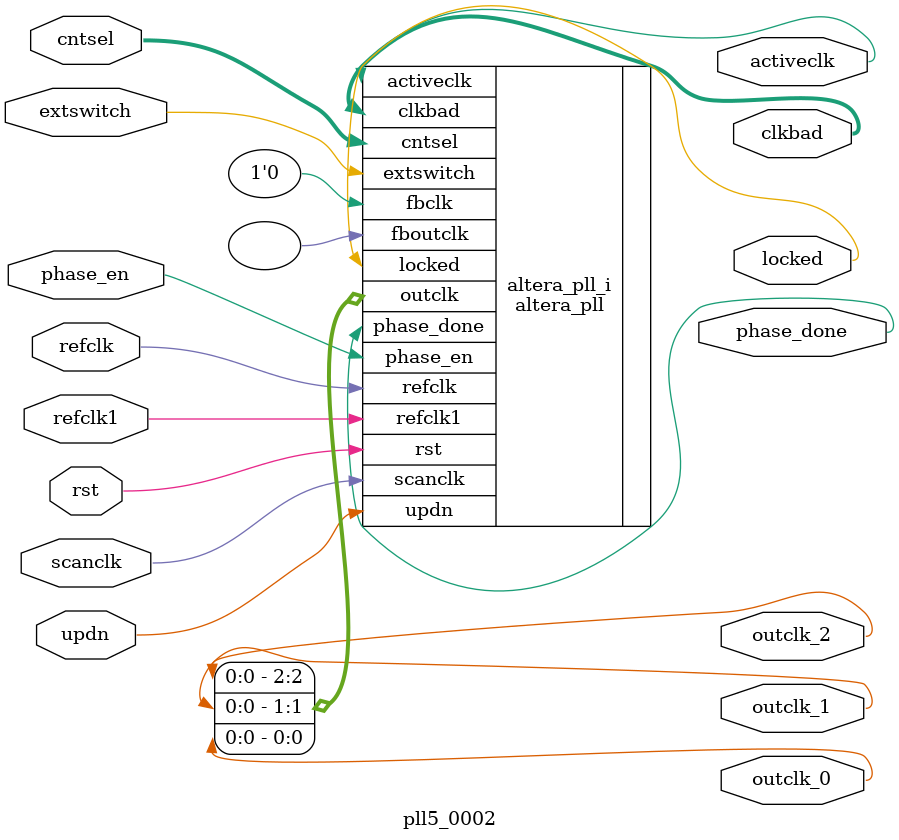
<source format=v>
`timescale 1ns/10ps
module  pll5_0002(

	// interface 'refclk'
	input wire refclk,

	// interface 'reset'
	input wire rst,

	// interface 'outclk0'
	output wire outclk_0,

	// interface 'outclk1'
	output wire outclk_1,

	// interface 'outclk2'
	output wire outclk_2,

	// interface 'locked'
	output wire locked,

	// interface 'refclk1'
	input wire refclk1,

	// interface 'extswitch'
	input wire extswitch,

	// interface 'activeclk'
	output wire activeclk,

	// interface 'clkbad'
	output wire [1:0] clkbad,

	// interface 'phase_en'
	input wire phase_en,

	// interface 'scanclk'
	input wire scanclk,

	// interface 'updn'
	input wire updn,

	// interface 'cntsel'
	input wire [4:0] cntsel,

	// interface 'phase_done'
	output wire phase_done
);

	altera_pll #(
		.fractional_vco_multiplier("false"),
		.reference_clock_frequency("50.0 MHz"),
		.pll_fractional_cout(32),
		.pll_dsm_out_sel("1st_order"),
		.operation_mode("direct"),
		.number_of_clocks(3),
		.output_clock_frequency0("50.000000 MHz"),
		.phase_shift0("0 ps"),
		.duty_cycle0(50),
		.output_clock_frequency1("800.000000 MHz"),
		.phase_shift1("0 ps"),
		.duty_cycle1(50),
		.output_clock_frequency2("80.000000 MHz"),
		.phase_shift2("0 ps"),
		.duty_cycle2(10),
		.output_clock_frequency3("0 MHz"),
		.phase_shift3("0 ps"),
		.duty_cycle3(50),
		.output_clock_frequency4("0 MHz"),
		.phase_shift4("0 ps"),
		.duty_cycle4(50),
		.output_clock_frequency5("0 MHz"),
		.phase_shift5("0 ps"),
		.duty_cycle5(50),
		.output_clock_frequency6("0 MHz"),
		.phase_shift6("0 ps"),
		.duty_cycle6(50),
		.output_clock_frequency7("0 MHz"),
		.phase_shift7("0 ps"),
		.duty_cycle7(50),
		.output_clock_frequency8("0 MHz"),
		.phase_shift8("0 ps"),
		.duty_cycle8(50),
		.output_clock_frequency9("0 MHz"),
		.phase_shift9("0 ps"),
		.duty_cycle9(50),
		.output_clock_frequency10("0 MHz"),
		.phase_shift10("0 ps"),
		.duty_cycle10(50),
		.output_clock_frequency11("0 MHz"),
		.phase_shift11("0 ps"),
		.duty_cycle11(50),
		.output_clock_frequency12("0 MHz"),
		.phase_shift12("0 ps"),
		.duty_cycle12(50),
		.output_clock_frequency13("0 MHz"),
		.phase_shift13("0 ps"),
		.duty_cycle13(50),
		.output_clock_frequency14("0 MHz"),
		.phase_shift14("0 ps"),
		.duty_cycle14(50),
		.output_clock_frequency15("0 MHz"),
		.phase_shift15("0 ps"),
		.duty_cycle15(50),
		.output_clock_frequency16("0 MHz"),
		.phase_shift16("0 ps"),
		.duty_cycle16(50),
		.output_clock_frequency17("0 MHz"),
		.phase_shift17("0 ps"),
		.duty_cycle17(50),
		.pll_type("Cyclone V"),
		.pll_subtype("DPS"),
		.m_cnt_hi_div(8),
		.m_cnt_lo_div(8),
		.n_cnt_hi_div(256),
		.n_cnt_lo_div(256),
		.m_cnt_bypass_en("false"),
		.n_cnt_bypass_en("true"),
		.m_cnt_odd_div_duty_en("false"),
		.n_cnt_odd_div_duty_en("false"),
		.c_cnt_hi_div0(8),
		.c_cnt_lo_div0(8),
		.c_cnt_prst0(1),
		.c_cnt_ph_mux_prst0(0),
		.c_cnt_in_src0("ph_mux_clk"),
		.c_cnt_bypass_en0("false"),
		.c_cnt_odd_div_duty_en0("false"),
		.c_cnt_hi_div1(256),
		.c_cnt_lo_div1(256),
		.c_cnt_prst1(1),
		.c_cnt_ph_mux_prst1(0),
		.c_cnt_in_src1("ph_mux_clk"),
		.c_cnt_bypass_en1("true"),
		.c_cnt_odd_div_duty_en1("false"),
		.c_cnt_hi_div2(1),
		.c_cnt_lo_div2(9),
		.c_cnt_prst2(1),
		.c_cnt_ph_mux_prst2(0),
		.c_cnt_in_src2("ph_mux_clk"),
		.c_cnt_bypass_en2("false"),
		.c_cnt_odd_div_duty_en2("false"),
		.c_cnt_hi_div3(1),
		.c_cnt_lo_div3(1),
		.c_cnt_prst3(1),
		.c_cnt_ph_mux_prst3(0),
		.c_cnt_in_src3("ph_mux_clk"),
		.c_cnt_bypass_en3("true"),
		.c_cnt_odd_div_duty_en3("false"),
		.c_cnt_hi_div4(1),
		.c_cnt_lo_div4(1),
		.c_cnt_prst4(1),
		.c_cnt_ph_mux_prst4(0),
		.c_cnt_in_src4("ph_mux_clk"),
		.c_cnt_bypass_en4("true"),
		.c_cnt_odd_div_duty_en4("false"),
		.c_cnt_hi_div5(1),
		.c_cnt_lo_div5(1),
		.c_cnt_prst5(1),
		.c_cnt_ph_mux_prst5(0),
		.c_cnt_in_src5("ph_mux_clk"),
		.c_cnt_bypass_en5("true"),
		.c_cnt_odd_div_duty_en5("false"),
		.c_cnt_hi_div6(1),
		.c_cnt_lo_div6(1),
		.c_cnt_prst6(1),
		.c_cnt_ph_mux_prst6(0),
		.c_cnt_in_src6("ph_mux_clk"),
		.c_cnt_bypass_en6("true"),
		.c_cnt_odd_div_duty_en6("false"),
		.c_cnt_hi_div7(1),
		.c_cnt_lo_div7(1),
		.c_cnt_prst7(1),
		.c_cnt_ph_mux_prst7(0),
		.c_cnt_in_src7("ph_mux_clk"),
		.c_cnt_bypass_en7("true"),
		.c_cnt_odd_div_duty_en7("false"),
		.c_cnt_hi_div8(1),
		.c_cnt_lo_div8(1),
		.c_cnt_prst8(1),
		.c_cnt_ph_mux_prst8(0),
		.c_cnt_in_src8("ph_mux_clk"),
		.c_cnt_bypass_en8("true"),
		.c_cnt_odd_div_duty_en8("false"),
		.c_cnt_hi_div9(1),
		.c_cnt_lo_div9(1),
		.c_cnt_prst9(1),
		.c_cnt_ph_mux_prst9(0),
		.c_cnt_in_src9("ph_mux_clk"),
		.c_cnt_bypass_en9("true"),
		.c_cnt_odd_div_duty_en9("false"),
		.c_cnt_hi_div10(1),
		.c_cnt_lo_div10(1),
		.c_cnt_prst10(1),
		.c_cnt_ph_mux_prst10(0),
		.c_cnt_in_src10("ph_mux_clk"),
		.c_cnt_bypass_en10("true"),
		.c_cnt_odd_div_duty_en10("false"),
		.c_cnt_hi_div11(1),
		.c_cnt_lo_div11(1),
		.c_cnt_prst11(1),
		.c_cnt_ph_mux_prst11(0),
		.c_cnt_in_src11("ph_mux_clk"),
		.c_cnt_bypass_en11("true"),
		.c_cnt_odd_div_duty_en11("false"),
		.c_cnt_hi_div12(1),
		.c_cnt_lo_div12(1),
		.c_cnt_prst12(1),
		.c_cnt_ph_mux_prst12(0),
		.c_cnt_in_src12("ph_mux_clk"),
		.c_cnt_bypass_en12("true"),
		.c_cnt_odd_div_duty_en12("false"),
		.c_cnt_hi_div13(1),
		.c_cnt_lo_div13(1),
		.c_cnt_prst13(1),
		.c_cnt_ph_mux_prst13(0),
		.c_cnt_in_src13("ph_mux_clk"),
		.c_cnt_bypass_en13("true"),
		.c_cnt_odd_div_duty_en13("false"),
		.c_cnt_hi_div14(1),
		.c_cnt_lo_div14(1),
		.c_cnt_prst14(1),
		.c_cnt_ph_mux_prst14(0),
		.c_cnt_in_src14("ph_mux_clk"),
		.c_cnt_bypass_en14("true"),
		.c_cnt_odd_div_duty_en14("false"),
		.c_cnt_hi_div15(1),
		.c_cnt_lo_div15(1),
		.c_cnt_prst15(1),
		.c_cnt_ph_mux_prst15(0),
		.c_cnt_in_src15("ph_mux_clk"),
		.c_cnt_bypass_en15("true"),
		.c_cnt_odd_div_duty_en15("false"),
		.c_cnt_hi_div16(1),
		.c_cnt_lo_div16(1),
		.c_cnt_prst16(1),
		.c_cnt_ph_mux_prst16(0),
		.c_cnt_in_src16("ph_mux_clk"),
		.c_cnt_bypass_en16("true"),
		.c_cnt_odd_div_duty_en16("false"),
		.c_cnt_hi_div17(1),
		.c_cnt_lo_div17(1),
		.c_cnt_prst17(1),
		.c_cnt_ph_mux_prst17(0),
		.c_cnt_in_src17("ph_mux_clk"),
		.c_cnt_bypass_en17("true"),
		.c_cnt_odd_div_duty_en17("false"),
		.pll_vco_div(1),
		.pll_cp_current(20),
		.pll_bwctrl(4000),
		.pll_output_clk_frequency("800.0 MHz"),
		.pll_fractional_division("1"),
		.mimic_fbclk_type("none"),
		.pll_fbclk_mux_1("glb"),
		.pll_fbclk_mux_2("m_cnt"),
		.pll_m_cnt_in_src("ph_mux_clk"),
		.pll_slf_rst("false"),
		.refclk1_frequency("50.0 MHz"),
		.pll_clk_loss_sw_en("true"),
		.pll_manu_clk_sw_en("true"),
		.pll_auto_clk_sw_en("false"),
		.pll_clkin_1_src("clk_1"),
		.pll_clk_sw_dly(0)
	) altera_pll_i (
		.refclk1	(refclk1),
		.rst	(rst),
		.fbclk	(1'b0),
		.fboutclk	( ),
		.locked	(locked),
		.phase_done	(phase_done),
		.refclk	(refclk),
		.scanclk	(scanclk),
		.clkbad	(clkbad),
		.cntsel	(cntsel),
		.outclk	({outclk_2, outclk_1, outclk_0}),
		.phase_en	(phase_en),
		.extswitch	(extswitch),
		.activeclk	(activeclk),
		.updn	(updn)
	);
endmodule


</source>
